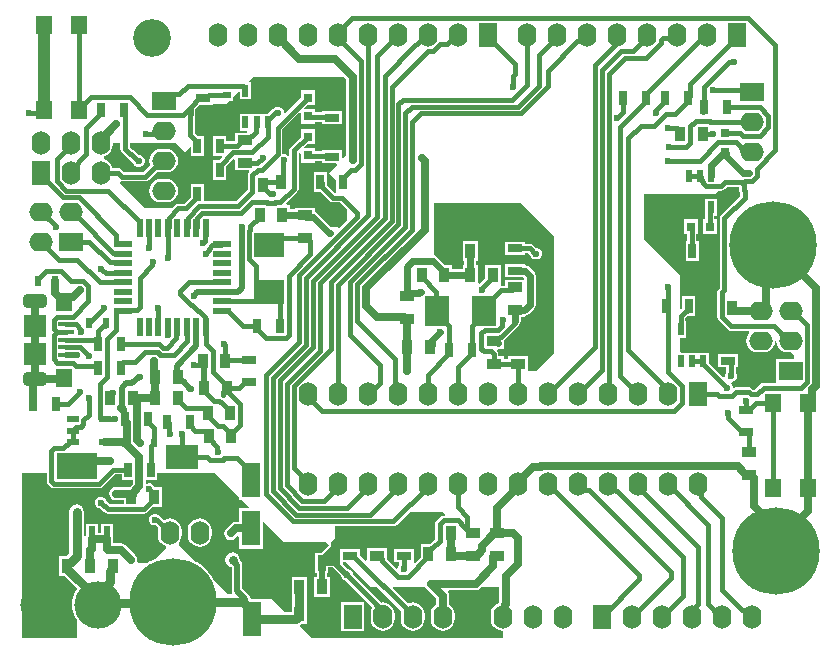
<source format=gtl>
G04*
G04 #@! TF.GenerationSoftware,Altium Limited,Altium Designer,22.7.1 (60)*
G04*
G04 Layer_Physical_Order=1*
G04 Layer_Color=255*
%FSLAX44Y44*%
%MOMM*%
G71*
G04*
G04 #@! TF.SameCoordinates,93D02D30-53BF-4241-BF36-2AC50CD89F1B*
G04*
G04*
G04 #@! TF.FilePolarity,Positive*
G04*
G01*
G75*
%ADD14R,0.5588X0.6858*%
%ADD15R,0.6858X0.5588*%
%ADD16R,1.3500X0.4000*%
%ADD17R,1.4000X1.6000*%
%ADD18R,1.9000X1.9000*%
%ADD19R,0.7000X1.3000*%
%ADD20R,0.5500X1.0000*%
%ADD21R,1.3000X0.7000*%
%ADD22R,0.9000X1.3000*%
%ADD23R,0.6000X0.9000*%
%ADD24R,1.5000X0.5500*%
%ADD25R,0.5500X1.5000*%
%ADD26R,1.3000X0.9000*%
%ADD27R,0.8000X0.8000*%
%ADD28R,0.8000X0.8000*%
%ADD29R,1.4000X1.6000*%
%ADD30R,2.0000X2.5000*%
%ADD31R,2.5000X2.0000*%
%ADD32R,1.0000X0.5500*%
%ADD33R,3.5000X2.2000*%
%ADD34R,0.6000X2.2000*%
%ADD35R,2.7000X2.0000*%
%ADD36R,1.6000X3.0000*%
%ADD68C,0.5500*%
%ADD69C,0.3810*%
%ADD70C,0.4000*%
%ADD71C,0.6000*%
%ADD72C,0.7000*%
%ADD73C,0.5000*%
%ADD74C,0.5200*%
%ADD75C,0.8000*%
%ADD76C,1.0000*%
%ADD77O,2.0000X1.6000*%
%ADD78R,2.0000X1.6000*%
%ADD79O,1.6000X2.0000*%
%ADD80R,1.6000X2.0000*%
%ADD81C,4.0000*%
G04:AMPARAMS|DCode=82|XSize=2mm|YSize=1.2mm|CornerRadius=0.36mm|HoleSize=0mm|Usage=FLASHONLY|Rotation=0.000|XOffset=0mm|YOffset=0mm|HoleType=Round|Shape=RoundedRectangle|*
%AMROUNDEDRECTD82*
21,1,2.0000,0.4800,0,0,0.0*
21,1,1.2800,1.2000,0,0,0.0*
1,1,0.7200,0.6400,-0.2400*
1,1,0.7200,-0.6400,-0.2400*
1,1,0.7200,-0.6400,0.2400*
1,1,0.7200,0.6400,0.2400*
%
%ADD82ROUNDEDRECTD82*%
%ADD83C,3.2000*%
%ADD84C,7.4000*%
%ADD85C,0.6000*%
G36*
X281412Y480277D02*
Y416032D01*
X278913Y413533D01*
X277740Y414019D01*
Y420180D01*
X260740D01*
Y419318D01*
X254920D01*
Y421800D01*
X246210D01*
X245724Y422973D01*
X248551Y425800D01*
X254920D01*
Y437800D01*
X242920D01*
Y431431D01*
X234500Y423010D01*
X233637Y421719D01*
X233333Y420195D01*
Y416107D01*
X232064Y415581D01*
X231475Y416169D01*
X229637Y416930D01*
X228703D01*
X227646Y416952D01*
X227502Y418103D01*
Y437771D01*
X241747Y452016D01*
X242920Y451530D01*
Y442820D01*
X254920D01*
Y444182D01*
X260740D01*
Y442200D01*
X277740D01*
Y453200D01*
X260740D01*
Y452338D01*
X254920D01*
Y454820D01*
X246210D01*
X245724Y455993D01*
X248551Y458820D01*
X254920D01*
Y470820D01*
X242920D01*
Y464451D01*
X229790Y451321D01*
X228520Y451847D01*
Y453115D01*
X227759Y454952D01*
X226352Y456359D01*
X224515Y457120D01*
X222525D01*
X220688Y456359D01*
X219768Y455439D01*
X219467Y455379D01*
X218176Y454516D01*
X214359Y450700D01*
X211760D01*
X210490Y450700D01*
Y450700D01*
X210490D01*
Y450700D01*
X202260D01*
X200990Y450700D01*
Y450700D01*
X200990D01*
Y450700D01*
X191490D01*
Y436700D01*
X197250D01*
X197910Y435430D01*
X197678Y435100D01*
X187080D01*
Y428162D01*
X180100D01*
Y432680D01*
X169100D01*
Y415680D01*
X176130D01*
X176616Y414507D01*
X174469Y412360D01*
X169100D01*
Y395360D01*
X180100D01*
Y406729D01*
X185907Y412536D01*
X187080Y412050D01*
Y403100D01*
X198948D01*
X199241Y402392D01*
X199361Y401830D01*
X198546Y400611D01*
X198243Y399087D01*
Y386691D01*
X188668Y377117D01*
X161100D01*
Y392040D01*
X150100D01*
Y380671D01*
X144402Y374973D01*
X139419D01*
X137895Y374670D01*
X136603Y373807D01*
X133788Y370991D01*
X111609D01*
X89841Y392759D01*
X89884Y393014D01*
X91323Y394015D01*
X91534Y393974D01*
X111475D01*
X112999Y394277D01*
X114290Y395140D01*
X121328Y402177D01*
X122389Y401737D01*
X125000Y401394D01*
X129000D01*
X131610Y401737D01*
X134043Y402745D01*
X136132Y404348D01*
X137735Y406437D01*
X138743Y408870D01*
X139086Y411480D01*
X138743Y414090D01*
X137735Y416523D01*
X136132Y418612D01*
X134043Y420215D01*
X131610Y421223D01*
X129000Y421566D01*
X125000D01*
X122389Y421223D01*
X119957Y420215D01*
X117868Y418612D01*
X116265Y416523D01*
X115257Y414090D01*
X114914Y411480D01*
X115257Y408870D01*
X115697Y407808D01*
X109826Y401936D01*
X93183D01*
X90984Y404135D01*
X89693Y404998D01*
X88169Y405302D01*
X83485D01*
X83403Y405930D01*
X82395Y408363D01*
X80792Y410452D01*
X78703Y412055D01*
X76270Y413063D01*
X76200Y413072D01*
Y414968D01*
X76270Y414977D01*
X78703Y415985D01*
X80792Y417588D01*
X82395Y419677D01*
X83403Y422109D01*
X83746Y424720D01*
Y426720D01*
X90248D01*
Y421390D01*
X90552Y419866D01*
X91415Y418575D01*
X96015Y413974D01*
X97307Y413111D01*
X97738Y413025D01*
X101072Y409691D01*
X101761Y408028D01*
X103168Y406621D01*
X105006Y405860D01*
X106995D01*
X108832Y406621D01*
X110239Y408028D01*
X111000Y409865D01*
Y411855D01*
X110239Y413692D01*
X108832Y415099D01*
X106995Y415860D01*
X106165D01*
X102420Y419605D01*
X101128Y420468D01*
X100697Y420554D01*
X98211Y423039D01*
Y426720D01*
X137160D01*
X144780Y419100D01*
X148927Y423247D01*
X150100Y422761D01*
Y415680D01*
X161100D01*
Y432680D01*
X155731D01*
X153596Y434814D01*
Y449291D01*
X153841Y450522D01*
Y455351D01*
X157151Y458660D01*
X168520D01*
Y459740D01*
X180340D01*
X182658Y462058D01*
X185769D01*
Y465169D01*
X190317Y469717D01*
X191490Y469231D01*
Y463700D01*
X200990D01*
Y477700D01*
X199959D01*
X199473Y478873D01*
X203200Y482600D01*
X279090D01*
X281412Y480277D01*
D02*
G37*
G36*
X242920Y417410D02*
Y409800D01*
X254920D01*
Y411162D01*
X260740D01*
Y409180D01*
X272901D01*
X273387Y408007D01*
X266700Y401320D01*
X273240Y394780D01*
Y385200D01*
X273240D01*
X273182Y383954D01*
X271917D01*
X265317Y390554D01*
Y392105D01*
X265240Y392490D01*
Y402200D01*
X254240D01*
Y385200D01*
X259409D01*
X267452Y377157D01*
X268744Y376294D01*
X270268Y375991D01*
X276238D01*
X281940Y370289D01*
Y360639D01*
X275611Y354310D01*
X274320Y355600D01*
X268830D01*
X257225Y367205D01*
X255571Y368310D01*
X254880Y368447D01*
Y371600D01*
X237880D01*
Y370858D01*
X233780D01*
Y374260D01*
X231093D01*
X230606Y375433D01*
X240130Y384957D01*
X240993Y386249D01*
X241297Y387772D01*
Y417808D01*
X241650Y418061D01*
X242920Y417410D01*
D02*
G37*
G36*
X457200Y347980D02*
Y248920D01*
X441960Y233680D01*
X435220D01*
Y245920D01*
X418220D01*
Y243402D01*
X414900D01*
Y245920D01*
X410382D01*
Y247783D01*
X410078Y249307D01*
X409215Y250599D01*
X409164Y250650D01*
X409196Y250816D01*
X409900Y251822D01*
X410392Y251920D01*
X410895D01*
X410895Y251920D01*
X414900D01*
Y255925D01*
X414900Y255925D01*
Y256427D01*
X414998Y256920D01*
X414900Y257412D01*
Y257915D01*
X414900Y257915D01*
Y258947D01*
X415407Y259286D01*
X427064Y270943D01*
X427948Y272266D01*
X428031Y272684D01*
X428890Y273969D01*
X429278Y275920D01*
Y278640D01*
X432680D01*
Y280086D01*
X434411Y280430D01*
X436065Y281535D01*
X440485Y285955D01*
X440764Y286373D01*
X441119Y286728D01*
X441311Y287192D01*
X441590Y287609D01*
X441688Y288102D01*
X441880Y288565D01*
Y289067D01*
X441978Y289560D01*
Y314145D01*
X441590Y316096D01*
X440485Y317750D01*
X436970Y321265D01*
X435316Y322370D01*
X433365Y322758D01*
X432680D01*
Y323660D01*
X415680D01*
Y312660D01*
X424187D01*
X424680Y312562D01*
X431254D01*
X431782Y312034D01*
Y310640D01*
X415680D01*
Y305527D01*
X413052D01*
X412921Y305677D01*
X412240Y306665D01*
Y323460D01*
X399240D01*
Y312091D01*
X394510Y307361D01*
X393240Y307887D01*
Y323460D01*
X391838D01*
Y326780D01*
X393240D01*
Y343780D01*
X380240D01*
Y326780D01*
X381642D01*
Y323460D01*
X380240D01*
Y320058D01*
X370940D01*
Y323460D01*
X365150D01*
X358545Y330065D01*
X356891Y331170D01*
X355600Y331427D01*
Y375920D01*
X429260D01*
X457200Y347980D01*
D02*
G37*
G36*
X614063Y386830D02*
X614367Y385306D01*
X615064Y384263D01*
Y381759D01*
X598900Y365595D01*
X598037Y364304D01*
X597733Y362780D01*
Y303729D01*
X597060Y303055D01*
X596197Y301763D01*
X595894Y300240D01*
Y278902D01*
X596197Y277379D01*
X597060Y276087D01*
X604977Y268170D01*
X606269Y267307D01*
X607793Y267003D01*
X622352D01*
X622961Y265734D01*
X621725Y264123D01*
X620717Y261691D01*
X620374Y259080D01*
X620717Y256469D01*
X621725Y254037D01*
X623328Y251948D01*
X625417Y250345D01*
X627850Y249337D01*
X630460Y248994D01*
X634460D01*
X637071Y249337D01*
X639503Y250345D01*
X641592Y251948D01*
X643195Y254037D01*
X644203Y256469D01*
X644520Y258877D01*
X645800D01*
X646117Y256469D01*
X647125Y254037D01*
X648728Y251948D01*
X650817Y250345D01*
X653250Y249337D01*
X655860Y248994D01*
X657786D01*
X660400Y246380D01*
Y243680D01*
X645860D01*
Y223680D01*
X644774Y223235D01*
X635180D01*
X635180Y223235D01*
X633619Y222925D01*
X632296Y222041D01*
X627834Y217578D01*
X626129D01*
X625543Y218164D01*
X624220Y219048D01*
X622659Y219358D01*
X622659Y219358D01*
X611345D01*
X610190Y219129D01*
X608920Y219882D01*
Y220035D01*
X608159Y221872D01*
X607633Y222398D01*
X608159Y223668D01*
X608173D01*
X610010Y224429D01*
X611417Y225835D01*
X612178Y227673D01*
Y229662D01*
X611417Y231500D01*
X611257Y231660D01*
Y236460D01*
X613020D01*
Y247460D01*
X596020D01*
Y236460D01*
X603100D01*
Y231660D01*
X602939Y231500D01*
X602178Y229662D01*
Y228386D01*
X600908Y227859D01*
X588500Y240268D01*
Y248500D01*
X580270D01*
X579000Y248500D01*
Y248500D01*
X579000D01*
Y248500D01*
X569500D01*
Y248500D01*
X569500Y248500D01*
X568230Y248500D01*
X565987D01*
X563880Y250607D01*
Y261500D01*
X569500D01*
Y275500D01*
X568828D01*
Y277811D01*
X571018Y280000D01*
X577250D01*
Y297000D01*
X566250D01*
Y286768D01*
X565053Y285571D01*
X563880Y286057D01*
Y314960D01*
X533400Y345440D01*
Y381000D01*
Y383540D01*
X594360D01*
X596713Y385894D01*
X599261D01*
X600785Y386197D01*
X602077Y387060D01*
X604333Y389316D01*
X614063D01*
Y386830D01*
D02*
G37*
G36*
X190750Y126750D02*
Y124000D01*
X193500D01*
X199327Y118173D01*
X198841Y117000D01*
X190750D01*
Y105608D01*
X187985D01*
X185840Y105181D01*
X184020Y103965D01*
X179785Y99730D01*
X178569Y97911D01*
X178143Y95765D01*
X178569Y93619D01*
X179785Y91799D01*
X181604Y90584D01*
X183750Y90157D01*
X185896Y90584D01*
X187715Y91799D01*
X189480Y93564D01*
X190750Y93038D01*
Y83000D01*
X210750D01*
Y105091D01*
X211923Y105577D01*
X228600Y88900D01*
X264160D01*
X267066Y85994D01*
X260692Y79620D01*
X255460D01*
Y62620D01*
X256882D01*
Y59300D01*
X254460D01*
Y42300D01*
X267460D01*
Y59300D01*
X265038D01*
Y62620D01*
X266460D01*
Y67042D01*
X270091D01*
X276940Y60192D01*
Y59965D01*
X277701Y58128D01*
X279108Y56721D01*
X280409Y56182D01*
X303886Y32705D01*
X303685Y32443D01*
X302677Y30010D01*
X302334Y27400D01*
Y23400D01*
X302677Y20789D01*
X303685Y18357D01*
X305288Y16268D01*
X307377Y14665D01*
X309809Y13657D01*
X312420Y13314D01*
X315030Y13657D01*
X317463Y14665D01*
X319552Y16268D01*
X321155Y18357D01*
X322163Y20789D01*
X322506Y23400D01*
Y27400D01*
X322163Y30010D01*
X321155Y32443D01*
X319552Y34532D01*
X317463Y36135D01*
X315030Y37143D01*
X312420Y37486D01*
X310847Y37279D01*
X286940Y61186D01*
Y61955D01*
X286179Y63792D01*
X284772Y65199D01*
X282935Y65960D01*
X282708D01*
X278481Y70187D01*
X278967Y71360D01*
X281700D01*
X302260Y50800D01*
X307772D01*
X328219Y30353D01*
X328077Y30010D01*
X327734Y27400D01*
Y23400D01*
X328077Y20789D01*
X329085Y18357D01*
X330688Y16268D01*
X332777Y14665D01*
X335210Y13657D01*
X337820Y13314D01*
X340430Y13657D01*
X342863Y14665D01*
X344952Y16268D01*
X346555Y18357D01*
X347563Y20789D01*
X347906Y23400D01*
Y27400D01*
X347563Y30010D01*
X346555Y32443D01*
X344952Y34532D01*
X342863Y36135D01*
X340430Y37143D01*
X337820Y37486D01*
X335210Y37143D01*
X333622Y36485D01*
X320481Y49627D01*
X320967Y50800D01*
X348142D01*
X349095Y49375D01*
X357612Y40857D01*
Y35702D01*
X356088Y34532D01*
X354485Y32443D01*
X353477Y30010D01*
X353134Y27400D01*
Y23400D01*
X353477Y20789D01*
X354485Y18357D01*
X356088Y16268D01*
X358177Y14665D01*
X360610Y13657D01*
X363220Y13314D01*
X365830Y13657D01*
X368263Y14665D01*
X370352Y16268D01*
X371955Y18357D01*
X372963Y20789D01*
X373306Y23400D01*
Y27400D01*
X372963Y30010D01*
X371955Y32443D01*
X370352Y34532D01*
X368828Y35702D01*
Y43180D01*
X368401Y45326D01*
X367642Y46462D01*
X368321Y47732D01*
X391160D01*
X393306Y48159D01*
X395125Y49375D01*
X396550Y50800D01*
X410952D01*
Y37914D01*
X410561Y37329D01*
X410445Y36743D01*
X408977Y36135D01*
X406888Y34532D01*
X405285Y32443D01*
X404277Y30010D01*
X403934Y27400D01*
Y23400D01*
X404277Y20789D01*
X405285Y18357D01*
X406888Y16268D01*
X408977Y14665D01*
X411409Y13657D01*
X414020Y13314D01*
Y7620D01*
X413269Y6869D01*
X252211D01*
X242291Y16789D01*
X242416Y18053D01*
X243346Y18674D01*
X244111Y19440D01*
X248460D01*
Y36440D01*
X248078D01*
Y42300D01*
X248460D01*
Y59300D01*
X235460D01*
Y42300D01*
X235842D01*
Y36440D01*
X235460D01*
Y29118D01*
X229963D01*
X218440Y40640D01*
X200726D01*
X200427Y42144D01*
X199432Y43632D01*
X193735Y49329D01*
Y69226D01*
X193386Y70982D01*
X192391Y72470D01*
X191537Y73324D01*
Y73660D01*
X191072Y76001D01*
X189746Y77986D01*
X187761Y79312D01*
X185420Y79777D01*
X183079Y79312D01*
X181094Y77986D01*
X179768Y76001D01*
X179303Y73660D01*
Y73119D01*
X179768Y70778D01*
X181094Y68793D01*
X183079Y67467D01*
X184559Y67173D01*
Y47429D01*
X184908Y45673D01*
X185132Y45338D01*
X184533Y44218D01*
X181842D01*
X168450Y57610D01*
X167976Y58540D01*
X164368Y63507D01*
X160027Y67847D01*
X155060Y71456D01*
X154130Y71930D01*
X139700Y86360D01*
Y88024D01*
X140815Y89477D01*
X141823Y91910D01*
X142166Y94520D01*
Y98520D01*
X141823Y101131D01*
X140815Y103563D01*
X139212Y105652D01*
X137123Y107255D01*
X134691Y108263D01*
X132080Y108606D01*
X129469Y108263D01*
X127091Y107277D01*
X124300Y110068D01*
X124169Y110385D01*
X122762Y111791D01*
X120925Y112552D01*
X118935D01*
X117098Y111791D01*
X115691Y110385D01*
X114930Y108547D01*
Y106558D01*
X115691Y104720D01*
X117098Y103314D01*
X118935Y102552D01*
X120280D01*
X122263Y100569D01*
X121994Y98520D01*
Y94520D01*
X122337Y91910D01*
X123345Y89477D01*
X124948Y87388D01*
X127037Y85785D01*
X128926Y85002D01*
X129324Y83604D01*
X120114Y74394D01*
X119649Y74243D01*
X114180Y71456D01*
X113717Y71120D01*
X105389D01*
X104415Y72390D01*
X104668Y73660D01*
X104241Y75806D01*
X103025Y77625D01*
X94765Y85885D01*
X92946Y87101D01*
X90800Y87528D01*
X84348D01*
Y90920D01*
X83921Y93066D01*
X83740Y93337D01*
Y103920D01*
X73740D01*
Y96528D01*
X71040D01*
Y103920D01*
X61040D01*
Y93568D01*
X60728Y93188D01*
X59458Y93643D01*
Y114300D01*
X58992Y116641D01*
X57666Y118626D01*
X55681Y119952D01*
X53340Y120417D01*
X50999Y119952D01*
X49014Y118626D01*
X47688Y116641D01*
X47222Y114300D01*
Y90920D01*
Y79394D01*
X44908Y77080D01*
X38560D01*
Y60080D01*
X42909D01*
X53340Y49648D01*
Y48549D01*
X51624Y45981D01*
X49966Y41977D01*
X49120Y37727D01*
Y33393D01*
X49966Y29143D01*
X51624Y25139D01*
X53340Y22571D01*
Y7620D01*
X7620D01*
X6869Y8371D01*
Y147320D01*
X27954D01*
Y140302D01*
X28257Y138779D01*
X29120Y137487D01*
X31407Y135200D01*
X32699Y134337D01*
X34223Y134033D01*
X72457D01*
X73981Y134337D01*
X75273Y135200D01*
X85952Y145878D01*
X91680D01*
Y141360D01*
X100754D01*
Y137964D01*
X98289Y135500D01*
X93220D01*
Y135148D01*
X86360D01*
X84214Y134721D01*
X82395Y133505D01*
X81179Y131686D01*
X80752Y129540D01*
X81179Y127394D01*
X82395Y125575D01*
X84214Y124359D01*
X86360Y123932D01*
X93220D01*
Y120578D01*
X81311D01*
X78438Y123451D01*
X77899Y124752D01*
X76492Y126159D01*
X74655Y126920D01*
X72665D01*
X70828Y126159D01*
X69421Y124752D01*
X68660Y122915D01*
Y120925D01*
X69421Y119088D01*
X70828Y117681D01*
X72665Y116920D01*
X73433D01*
X76737Y113616D01*
X76737Y113616D01*
X78060Y112732D01*
X79621Y112422D01*
X110220D01*
X110220Y112422D01*
X111781Y112732D01*
X113104Y113616D01*
X117988Y118500D01*
X125220D01*
Y135500D01*
X118972D01*
X118746Y136045D01*
X117339Y137452D01*
X115502Y138213D01*
X113513D01*
X113025Y138011D01*
X111969Y138716D01*
Y141360D01*
X121680D01*
Y147320D01*
X170180D01*
X190750Y126750D01*
D02*
G37*
G36*
X365440Y112080D02*
X364954Y110906D01*
X364062D01*
X362539Y110603D01*
X361247Y109740D01*
X357865Y106358D01*
X357001Y105066D01*
X356698Y103542D01*
Y91147D01*
X352792Y87240D01*
X344680D01*
Y75871D01*
X339829Y71020D01*
X338700Y71687D01*
Y82360D01*
X321700D01*
Y71360D01*
X326122D01*
Y69033D01*
X325961Y68872D01*
X325200Y67035D01*
Y66427D01*
X323930Y65901D01*
X315917Y73914D01*
Y74265D01*
X315840Y74650D01*
Y83360D01*
X298840D01*
Y72927D01*
X297667Y72441D01*
X292980Y77128D01*
Y82360D01*
X275980D01*
Y71360D01*
X275980Y71360D01*
X276442Y70187D01*
X276597Y69406D01*
X277039Y68745D01*
X277039Y68745D01*
X281266Y64518D01*
X281266Y64518D01*
X281927Y64076D01*
X282364Y63989D01*
X283617Y63470D01*
X284450Y62637D01*
X284901Y61549D01*
Y61186D01*
X285056Y60406D01*
X285498Y59745D01*
X285498Y59745D01*
X309405Y35837D01*
X309517Y35763D01*
X309606Y35661D01*
X309845Y35543D01*
X310067Y35395D01*
X310199Y35369D01*
X310319Y35310D01*
X310586Y35292D01*
X310847Y35240D01*
X310979Y35266D01*
X311113Y35257D01*
X312420Y35429D01*
X314498Y35156D01*
X316435Y34354D01*
X318098Y33078D01*
X319374Y31415D01*
X320176Y29478D01*
X320467Y27266D01*
Y23534D01*
X320176Y21322D01*
X319761Y20320D01*
X305079D01*
X304664Y21322D01*
X304373Y23534D01*
Y27266D01*
X304664Y29478D01*
X305466Y31415D01*
X305504Y31464D01*
X305622Y31703D01*
X305770Y31925D01*
X305796Y32057D01*
X305856Y32177D01*
X305873Y32443D01*
X305925Y32705D01*
X305899Y32837D01*
X305908Y32971D01*
X305822Y33224D01*
X305770Y33486D01*
X305695Y33597D01*
X305652Y33725D01*
X305476Y33925D01*
X305328Y34147D01*
X281851Y57624D01*
X281189Y58066D01*
X280263Y58450D01*
X279430Y59283D01*
X278911Y60536D01*
X278824Y60973D01*
X278382Y61634D01*
X271533Y68484D01*
X270871Y68926D01*
X270091Y69081D01*
X266460D01*
X265680Y68926D01*
X265018Y68484D01*
X264576Y67822D01*
X264421Y67042D01*
Y64536D01*
X264258Y64504D01*
X263596Y64062D01*
X263154Y63400D01*
X262999Y62620D01*
Y59300D01*
X263154Y58520D01*
X263596Y57858D01*
X264258Y57416D01*
X265038Y57261D01*
X265421D01*
Y44339D01*
X256499D01*
Y57261D01*
X256882D01*
X257662Y57416D01*
X258324Y57858D01*
X258766Y58520D01*
X258921Y59300D01*
Y62620D01*
X258766Y63400D01*
X258324Y64062D01*
X257662Y64504D01*
X257499Y64536D01*
Y77159D01*
X257921Y77581D01*
X260692D01*
X261473Y77736D01*
X262134Y78178D01*
X262134Y78178D01*
X268508Y84552D01*
X268950Y85213D01*
X269105Y85994D01*
X268950Y86774D01*
X268508Y87436D01*
X268895Y88555D01*
X271780Y91440D01*
Y101983D01*
X321365D01*
X322889Y102287D01*
X324180Y103150D01*
X335331Y114300D01*
X363220D01*
X365440Y112080D01*
D02*
G37*
%LPC*%
G36*
X129000Y396166D02*
X125000D01*
X122389Y395823D01*
X119957Y394815D01*
X117868Y393212D01*
X116265Y391123D01*
X115257Y388690D01*
X114914Y386080D01*
X115257Y383470D01*
X116265Y381037D01*
X117868Y378948D01*
X119957Y377345D01*
X122389Y376337D01*
X125000Y375994D01*
X129000D01*
X131610Y376337D01*
X134043Y377345D01*
X136132Y378948D01*
X137735Y381037D01*
X138743Y383470D01*
X139086Y386080D01*
X138743Y388690D01*
X137735Y391123D01*
X136132Y393212D01*
X134043Y394815D01*
X131610Y395823D01*
X129000Y396166D01*
D02*
G37*
G36*
X432680Y342660D02*
X415680D01*
Y331660D01*
X432680D01*
Y333082D01*
X435309D01*
X437182Y331209D01*
X437721Y329908D01*
X439128Y328501D01*
X440965Y327740D01*
X442955D01*
X444792Y328501D01*
X446199Y329908D01*
X446960Y331745D01*
Y333735D01*
X446199Y335572D01*
X444792Y336979D01*
X442955Y337740D01*
X442187D01*
X439883Y340044D01*
X438559Y340928D01*
X436999Y341238D01*
X436999Y341238D01*
X432680D01*
Y342660D01*
D02*
G37*
G36*
X595250Y378780D02*
X585750D01*
Y370227D01*
X585512Y369871D01*
X585202Y368310D01*
X585202Y368310D01*
Y361600D01*
X583280D01*
Y349600D01*
X595280D01*
Y361600D01*
X593358D01*
Y364780D01*
X595250D01*
Y378780D01*
D02*
G37*
G36*
X579280Y361600D02*
X567280D01*
Y349600D01*
X569912D01*
Y343780D01*
X569200D01*
Y326780D01*
X580200D01*
Y343780D01*
X578068D01*
Y349600D01*
X579280D01*
Y361600D01*
D02*
G37*
G36*
X157480Y108606D02*
X154869Y108263D01*
X152437Y107255D01*
X150348Y105652D01*
X148745Y103563D01*
X147737Y101131D01*
X147394Y98520D01*
Y94520D01*
X147737Y91910D01*
X148745Y89477D01*
X150348Y87388D01*
X152437Y85785D01*
X154869Y84777D01*
X157480Y84434D01*
X160091Y84777D01*
X162523Y85785D01*
X164612Y87388D01*
X166215Y89477D01*
X167223Y91910D01*
X167566Y94520D01*
Y98520D01*
X167223Y101131D01*
X166215Y103563D01*
X164612Y105652D01*
X162523Y107255D01*
X160091Y108263D01*
X157480Y108606D01*
D02*
G37*
G36*
X297020Y37400D02*
X277020D01*
Y13400D01*
X297020D01*
Y37400D01*
D02*
G37*
%LPD*%
D14*
X94488Y172720D02*
D03*
X118872D02*
D03*
D15*
X180340Y466852D02*
D03*
Y442468D02*
D03*
D16*
X44530Y272780D02*
D03*
Y266280D02*
D03*
Y259780D02*
D03*
Y253280D02*
D03*
Y246780D02*
D03*
D17*
X42280Y291780D02*
D03*
Y227780D02*
D03*
D18*
X17780Y271780D02*
D03*
Y247780D02*
D03*
D19*
X571750Y288500D02*
D03*
X552750D02*
D03*
X259740Y393700D02*
D03*
X278740D02*
D03*
X155600Y424180D02*
D03*
X174600D02*
D03*
X116180Y149860D02*
D03*
X97180D02*
D03*
X113640Y193040D02*
D03*
X94640D02*
D03*
X155600Y403860D02*
D03*
X174600D02*
D03*
X241960Y71120D02*
D03*
X260960D02*
D03*
X603860Y457200D02*
D03*
X584860D02*
D03*
X574700Y335280D02*
D03*
X593700D02*
D03*
X368960Y251460D02*
D03*
X387960D02*
D03*
X516280Y464820D02*
D03*
X535280D02*
D03*
X551840D02*
D03*
X570840D02*
D03*
X206400Y271780D02*
D03*
X225400D02*
D03*
X155600Y383540D02*
D03*
X174600D02*
D03*
X93320Y454660D02*
D03*
X74320D02*
D03*
X16560Y205740D02*
D03*
X35560D02*
D03*
X71780Y256540D02*
D03*
X90780D02*
D03*
X71780Y236220D02*
D03*
X90780D02*
D03*
X130200Y190500D02*
D03*
X149200D02*
D03*
D20*
X583750Y241500D02*
D03*
X574250D02*
D03*
X564750D02*
D03*
X583750Y268500D02*
D03*
X564750D02*
D03*
X215240Y443700D02*
D03*
X205740D02*
D03*
X196240D02*
D03*
X215240Y470700D02*
D03*
X196240D02*
D03*
X571500Y398780D02*
D03*
X581000D02*
D03*
X590500D02*
D03*
X571500Y371780D02*
D03*
X590500D02*
D03*
D21*
X619760Y200660D02*
D03*
Y181660D02*
D03*
X160020Y464160D02*
D03*
Y445160D02*
D03*
X604520Y241960D02*
D03*
Y260960D02*
D03*
X330200Y95860D02*
D03*
Y76860D02*
D03*
X269240Y433680D02*
D03*
Y414680D02*
D03*
Y466700D02*
D03*
Y447700D02*
D03*
X284480Y95860D02*
D03*
Y76860D02*
D03*
X424180Y318160D02*
D03*
Y337160D02*
D03*
X199000Y242750D02*
D03*
Y223750D02*
D03*
D22*
X226720Y393700D02*
D03*
X245720D02*
D03*
X165000Y178250D02*
D03*
X184000D02*
D03*
X100940Y210820D02*
D03*
X81940D02*
D03*
X210820Y391160D02*
D03*
X191820D02*
D03*
X608280Y287020D02*
D03*
X589280D02*
D03*
X118720Y127000D02*
D03*
X99720D02*
D03*
X64820Y68580D02*
D03*
X83820D02*
D03*
X26060D02*
D03*
X45060D02*
D03*
X364440Y314960D02*
D03*
X345440D02*
D03*
X352400Y254000D02*
D03*
X333400D02*
D03*
X351180Y78740D02*
D03*
X370180D02*
D03*
X405740Y314960D02*
D03*
X386740D02*
D03*
X241960Y27940D02*
D03*
X260960D02*
D03*
X260960Y50800D02*
D03*
X241960D02*
D03*
X351180Y96520D02*
D03*
X370180D02*
D03*
X386740Y335280D02*
D03*
X405740D02*
D03*
X227280Y365760D02*
D03*
X208280D02*
D03*
X564540Y434340D02*
D03*
X583540D02*
D03*
X160250Y242000D02*
D03*
X179250D02*
D03*
X139040Y228600D02*
D03*
X120040D02*
D03*
X139040Y210820D02*
D03*
X120040D02*
D03*
X161250Y218500D02*
D03*
X180250D02*
D03*
X164250Y197500D02*
D03*
X183250D02*
D03*
D23*
X78620Y274320D02*
D03*
X63620D02*
D03*
X20440Y309880D02*
D03*
X35440D02*
D03*
D24*
X92620Y284420D02*
D03*
Y292420D02*
D03*
Y300420D02*
D03*
Y308420D02*
D03*
Y316420D02*
D03*
Y324420D02*
D03*
Y332420D02*
D03*
Y340420D02*
D03*
X176620D02*
D03*
Y332420D02*
D03*
Y324420D02*
D03*
Y316420D02*
D03*
Y308420D02*
D03*
Y300420D02*
D03*
Y292420D02*
D03*
Y284420D02*
D03*
D25*
X106620Y270420D02*
D03*
Y354420D02*
D03*
X114620Y270420D02*
D03*
Y354420D02*
D03*
X122620Y270420D02*
D03*
Y354420D02*
D03*
X130620Y270420D02*
D03*
Y354420D02*
D03*
X138620Y270420D02*
D03*
Y354420D02*
D03*
X146620Y270420D02*
D03*
Y354420D02*
D03*
X154620Y270420D02*
D03*
Y354420D02*
D03*
X162620Y270420D02*
D03*
Y354420D02*
D03*
D26*
X307340Y95860D02*
D03*
Y76860D02*
D03*
X426720Y258420D02*
D03*
Y239420D02*
D03*
X195580Y409600D02*
D03*
Y428600D02*
D03*
X622300Y145440D02*
D03*
Y164440D02*
D03*
X424180Y285140D02*
D03*
Y304140D02*
D03*
X388620Y76860D02*
D03*
Y95860D02*
D03*
X406400Y258420D02*
D03*
Y239420D02*
D03*
X408940Y76860D02*
D03*
Y95860D02*
D03*
X332740Y277520D02*
D03*
Y296520D02*
D03*
X246380Y365100D02*
D03*
Y346100D02*
D03*
D27*
X601980Y435100D02*
D03*
Y419100D02*
D03*
X248920Y415800D02*
D03*
Y431800D02*
D03*
Y448820D02*
D03*
Y464820D02*
D03*
D28*
X573280Y355600D02*
D03*
X589280D02*
D03*
D29*
X55640Y526220D02*
D03*
X25640D02*
D03*
X55640Y454220D02*
D03*
X25640D02*
D03*
X642860Y134180D02*
D03*
X672860D02*
D03*
X642860Y206180D02*
D03*
X672860D02*
D03*
D30*
X358460Y284480D02*
D03*
X398460D02*
D03*
D31*
X215900Y300040D02*
D03*
Y340040D02*
D03*
D32*
X50000Y173380D02*
D03*
Y182880D02*
D03*
Y192380D02*
D03*
X77000Y173380D02*
D03*
Y192380D02*
D03*
D33*
X53340Y152920D02*
D03*
D34*
X78740Y90920D02*
D03*
X66040D02*
D03*
X53340D02*
D03*
X40640D02*
D03*
X27940D02*
D03*
D35*
X142240Y160780D02*
D03*
Y128780D02*
D03*
D36*
X202000Y23000D02*
D03*
Y64000D02*
D03*
X200750Y100000D02*
D03*
Y141000D02*
D03*
D68*
X149725Y218440D02*
X149860D01*
X143315Y224850D02*
X149725Y218440D01*
X140790Y224850D02*
X143315D01*
X137928Y237588D02*
X154620Y254280D01*
X139040Y226600D02*
Y228600D01*
X137928Y227172D02*
X139040Y226060D01*
X137928Y227172D02*
Y237588D01*
X139040Y226600D02*
X140790Y224850D01*
X154620Y254280D02*
Y270420D01*
D69*
X103074Y240815D02*
X111304Y249045D01*
X90780Y256540D02*
X122829D01*
X135441Y247201D02*
X146620Y258380D01*
X126358Y253011D02*
X129514D01*
X122829Y256540D02*
X126358Y253011D01*
X111304Y249045D02*
X122107D01*
X129514Y253011D02*
X137775Y261271D01*
X123952Y247201D02*
X135441D01*
X122107Y249045D02*
X123952Y247201D01*
X413601Y276441D02*
X414020Y276860D01*
X398669Y268075D02*
X410078D01*
X413601Y271598D02*
Y276441D01*
X410078Y268075D02*
X413601Y271598D01*
X395995Y265401D02*
X398669Y268075D01*
X395995Y252302D02*
Y265401D01*
X404168Y250015D02*
X406400Y247783D01*
X395995Y252302D02*
X398283Y250015D01*
X406400Y239420D02*
Y247783D01*
X398283Y250015D02*
X404168D01*
X406400Y239420D02*
X426720D01*
X398460Y286980D02*
X413025Y301545D01*
X398460Y284480D02*
Y286980D01*
X413025Y301545D02*
X421585D01*
X221162Y376165D02*
X225707D01*
X214683Y375879D02*
X220877D01*
X201564Y376165D02*
X214398D01*
X220877Y375879D02*
X221162Y376165D01*
X214398D02*
X214683Y375879D01*
X192724Y367325D02*
X201564Y376165D01*
X225707D02*
X237315Y387772D01*
Y420195D01*
X159753Y367325D02*
X192724D01*
X202225Y385042D02*
Y399087D01*
X190317Y373135D02*
X202225Y385042D01*
X157346Y373135D02*
X190317D01*
X206833Y403695D02*
X210260D01*
X223520Y416955D01*
Y439420D01*
X202225Y399087D02*
X206833Y403695D01*
X616843Y392267D02*
X617292D01*
X619440Y394415D01*
X191655Y187905D02*
Y205618D01*
X183368Y213905D02*
X191655Y205618D01*
X182845Y213905D02*
X183368D01*
X184000Y178250D02*
Y180250D01*
X191655Y187905D01*
X180250Y216500D02*
X182845Y213905D01*
X180250Y216500D02*
Y218500D01*
X168655Y232095D02*
Y250117D01*
Y232095D02*
X180250Y220500D01*
X452300Y137300D02*
X529442Y60158D01*
X497840Y25400D02*
X529442Y57002D01*
Y60158D01*
X482033Y132968D02*
X486792D01*
X556260Y58420D02*
Y63500D01*
X477700Y137300D02*
X482033Y132968D01*
X486792D02*
X556260Y63500D01*
X523240Y25400D02*
X556260Y58420D01*
X528500Y135300D02*
X579120Y84680D01*
Y35727D02*
Y84680D01*
X574040Y30647D02*
X579120Y35727D01*
X574040Y25400D02*
Y30647D01*
X566420Y43180D02*
Y76200D01*
X548640Y25400D02*
X566420Y43180D01*
X511098Y131522D02*
X566420Y76200D01*
X504399Y137300D02*
X510177Y131522D01*
X503100Y137300D02*
X504399D01*
X510177Y131522D02*
X511098D01*
X528500Y135300D02*
Y137300D01*
X599440Y48260D02*
Y109220D01*
X579300Y137300D02*
X581632Y134967D01*
Y127028D02*
Y134967D01*
Y127028D02*
X599440Y109220D01*
X616682Y31018D02*
X617923D01*
X599440Y48260D02*
X616682Y31018D01*
X623541Y25400D02*
X624840D01*
X617923Y31018D02*
X623541Y25400D01*
X598441D02*
X599440D01*
X588177Y35664D02*
Y103023D01*
Y35664D02*
X598441Y25400D01*
X553900Y137300D02*
X588177Y103023D01*
X542410Y440810D02*
X552118Y450518D01*
X530860Y440810D02*
X542410D01*
X552118Y450518D02*
X559538D01*
X520276Y250982D02*
Y430227D01*
X530860Y440810D01*
X520276Y250982D02*
X553900Y217358D01*
X510995Y447300D02*
Y447893D01*
X515707Y464247D02*
X516280Y464820D01*
X513080Y439620D02*
X535280Y461820D01*
X498280Y488120D02*
X514415Y504255D01*
X503100Y213500D02*
X504090Y214490D01*
X510995Y447893D02*
X515707Y452605D01*
X492470Y492470D02*
X508208Y508208D01*
X504090Y484657D02*
X517878Y498445D01*
X452300Y213500D02*
X492470Y253670D01*
X498280Y234080D02*
Y488120D01*
X492470Y253670D02*
Y492470D01*
X515707Y452605D02*
Y464247D01*
X513080Y228920D02*
Y439620D01*
X504090Y214490D02*
Y484657D01*
X513080Y228920D02*
X528500Y213500D01*
X477700D02*
X498280Y234080D01*
X508208Y508208D02*
Y515827D01*
X510540Y518160D01*
X514415Y504255D02*
X524035D01*
X517878Y498445D02*
X535061D01*
X524035Y504255D02*
X535940Y516160D01*
Y518160D01*
X535061Y498445D02*
X547845Y511229D01*
X274320Y213680D02*
X274500Y213500D01*
X274320Y213680D02*
Y306305D01*
X237195Y220431D02*
X268510Y251746D01*
Y308712D01*
X320040Y360242D01*
X274320Y306305D02*
X325850Y357835D01*
X291020Y306572D02*
X337470Y353022D01*
X285210Y263430D02*
Y308979D01*
X291020Y275400D02*
Y306572D01*
X285210Y308979D02*
X331660Y355429D01*
X285210Y263430D02*
X309880Y238760D01*
X291020Y275400D02*
X322580Y243840D01*
X299900Y213500D02*
X309880Y223480D01*
Y238760D01*
X322968Y215833D02*
Y223439D01*
X322580Y223827D02*
X322968Y223439D01*
Y215833D02*
X325300Y213500D01*
X322580Y223827D02*
Y243840D01*
X237315Y420195D02*
X248920Y431800D01*
X155465Y363037D02*
X159753Y367325D01*
X147465Y363254D02*
X157346Y373135D01*
X106680Y312420D02*
X117506Y323246D01*
X106680Y287497D02*
Y312420D01*
X117506Y323246D02*
Y325562D01*
X104448Y285265D02*
X106680Y287497D01*
X93465Y285265D02*
X104448D01*
X117506Y325562D02*
X117925Y325981D01*
X92620Y284420D02*
X93465Y285265D01*
X87870Y284420D02*
X92620D01*
X53881Y327660D02*
X73121Y308420D01*
X22860Y342900D02*
X38100Y327660D01*
X53881D01*
X20440Y311380D02*
X27345Y318285D01*
X40058D01*
X48677Y309665D01*
X20440Y309880D02*
Y311380D01*
X48677Y309665D02*
X58947D01*
X63285Y305327D01*
X50302Y279280D02*
X63285Y292263D01*
X223520Y439420D02*
X248920Y464820D01*
X186110Y418370D02*
X201873D01*
X215240Y431738D02*
Y445950D01*
X201873Y418370D02*
X215240Y431738D01*
X197580Y428600D02*
X204895Y435915D01*
X193580Y428600D02*
X195580D01*
X204895Y435915D02*
Y442855D01*
X195580Y428600D02*
X197580D01*
X165712Y466852D02*
X180340D01*
X163020Y464160D02*
X165712Y466852D01*
X157020Y464160D02*
X163020D01*
X149615Y433165D02*
X155600Y427180D01*
X149860Y450522D02*
Y457000D01*
X143235Y450375D02*
X149860Y457000D01*
X157020Y464160D01*
X149615Y433165D02*
Y450277D01*
X149860Y450522D01*
X55640Y455220D02*
X65485Y465065D01*
X98438D01*
X113127Y450375D01*
X357937Y285003D02*
X358460Y284480D01*
X345440Y312960D02*
X357937Y300463D01*
Y285003D02*
Y300463D01*
X337470Y443713D02*
X345132Y451375D01*
X253270Y253270D02*
Y309905D01*
X247460Y255677D02*
Y312312D01*
X325850Y357835D02*
Y458953D01*
X232805Y263662D02*
Y314090D01*
X259080Y307498D02*
X314230Y362649D01*
X307340Y363975D02*
Y500380D01*
X241650Y258083D02*
Y314718D01*
X251152Y332437D02*
Y336242D01*
X320040Y360242D02*
Y473633D01*
X241650Y314718D02*
X290818Y363886D01*
X331660Y355429D02*
Y451333D01*
X337512Y457185D01*
X300235Y365087D02*
Y497922D01*
X259080Y250533D02*
Y307498D01*
X247460Y312312D02*
X300235Y365087D01*
X232805Y314090D02*
X251152Y332437D01*
X314230Y362649D02*
Y483169D01*
X337470Y353022D02*
Y443713D01*
X277887Y379972D02*
X290818Y367042D01*
Y363886D02*
Y367042D01*
X253270Y309905D02*
X307340Y363975D01*
X325850Y458953D02*
X329892Y462995D01*
X285723Y403683D02*
X289430D01*
X274320Y515620D02*
X294425Y495515D01*
X289430Y403683D02*
X294425Y408678D01*
X299720Y498437D02*
X300235Y497922D01*
X294425Y408678D02*
Y495515D01*
X274320Y518160D02*
Y520160D01*
Y515620D02*
Y518160D01*
X77000Y192380D02*
X77165Y192545D01*
X85702D01*
X81940Y212820D02*
X83940Y214820D01*
X199495Y351657D02*
X200445Y352607D01*
X199495Y328423D02*
Y351657D01*
Y328423D02*
X205305Y322612D01*
X200445Y355925D02*
X208280Y363760D01*
X200445Y352607D02*
Y355925D01*
X137775Y261271D02*
Y269575D01*
X36781Y240257D02*
X50326D01*
X53020Y237563D01*
X33875Y243162D02*
X36781Y240257D01*
X73121Y308420D02*
X92620D01*
X63285Y292263D02*
Y305327D01*
X94230Y421390D02*
X98830Y416790D01*
X94230Y421390D02*
Y453750D01*
X93320Y454660D02*
X94230Y453750D01*
X337512Y457185D02*
X426907D01*
X421960Y462995D02*
X434340Y475375D01*
X345132Y451375D02*
X429313D01*
X426907Y457185D02*
X444500Y474778D01*
X429313Y451375D02*
X452120Y474182D01*
X329892Y462995D02*
X421960D01*
X422910Y473920D02*
Y483270D01*
X434340Y475375D02*
Y518160D01*
X424180Y484540D02*
Y493300D01*
X422910Y483270D02*
X424180Y484540D01*
X220991Y451701D02*
X223101D01*
X223520Y452120D01*
X299720Y498437D02*
Y518160D01*
X278740Y396700D02*
X285723Y403683D01*
X44607Y253357D02*
X56523D01*
X44530Y253280D02*
X44607Y253357D01*
X44625Y259685D02*
X53932D01*
X56892Y266491D02*
X57311Y266072D01*
X52397Y272685D02*
X56892Y268191D01*
Y266491D02*
Y268191D01*
X54451Y259167D02*
X59947D01*
X60420Y259639D01*
X53932Y259685D02*
X54451Y259167D01*
X56523Y253357D02*
X63500Y246380D01*
X71780Y256540D02*
Y258044D01*
X60420Y259639D02*
X70185D01*
X71780Y258044D01*
X70437Y237563D02*
X71780Y236220D01*
X53020Y237563D02*
X70437D01*
X599875Y278902D02*
Y300240D01*
X601715Y302080D01*
Y362780D01*
X599875Y278902D02*
X607793Y270985D01*
X643955D01*
X553900Y213500D02*
Y217358D01*
X141278Y301298D02*
X148400Y308420D01*
X141278Y298142D02*
X150041Y289379D01*
X148400Y308420D02*
X176620D01*
X141278Y298142D02*
Y301298D01*
X161775Y271265D02*
Y279037D01*
X151434Y289379D02*
X161775Y279037D01*
Y271265D02*
X162620Y270420D01*
X150041Y289379D02*
X151434D01*
X625160Y394415D02*
X629205Y398460D01*
X628981Y404404D02*
X629205Y404180D01*
X628981Y404404D02*
X644745Y420169D01*
X619440Y394415D02*
X625160D01*
X629205Y398460D02*
Y404180D01*
X644745Y420169D02*
Y509077D01*
X214650Y298790D02*
X215900Y300040D01*
X208280Y292420D02*
X214650Y298790D01*
X122270Y270770D02*
Y286670D01*
X121920Y287020D02*
X122270Y286670D01*
X33875Y276397D02*
X36758Y279280D01*
X50302D01*
X33875Y269163D02*
Y276397D01*
X92375Y240815D02*
X103074D01*
X84303Y149860D02*
X97180D01*
X72457Y138015D02*
X84303Y149860D01*
X174600Y403860D02*
Y406860D01*
X186110Y418370D01*
X396659Y302679D02*
Y303879D01*
X405740Y312960D01*
X396240Y302260D02*
X396659Y302679D01*
X421585Y301545D02*
X424180Y304140D01*
X601715Y362780D02*
X619045Y380110D01*
X553918Y303806D02*
X554337Y304225D01*
X553918Y289668D02*
Y303806D01*
X552750Y288500D02*
X553918Y289668D01*
X552750Y288500D02*
X553720Y287530D01*
X261005Y199595D02*
X558831D01*
X565805Y206569D01*
X249100Y211500D02*
X261005Y199595D01*
X565805Y206569D02*
Y220431D01*
X333575Y59135D02*
X351180Y76740D01*
X325065Y59135D02*
X333575D01*
X311935Y72265D02*
X325065Y59135D01*
X351180Y76740D02*
Y80740D01*
X309340Y76860D02*
X311935Y74265D01*
Y72265D02*
Y74265D01*
X261335Y388905D02*
Y392105D01*
X259740Y393700D02*
X261335Y392105D01*
Y388905D02*
X270268Y379972D01*
X277887D01*
X602684Y393298D02*
X615813D01*
X599261Y389875D02*
X602684Y393298D01*
X581845Y395685D02*
X583845Y393685D01*
X581000Y398780D02*
X581845Y397935D01*
X618045Y386830D02*
X619045Y385830D01*
X581845Y395685D02*
Y397935D01*
X618045Y386830D02*
Y391066D01*
X615813Y393298D02*
X618045Y391066D01*
X583845Y392163D02*
Y393685D01*
Y392163D02*
X586133Y389875D01*
X619045Y380110D02*
Y385830D01*
X586133Y389875D02*
X599261D01*
X543979Y452539D02*
Y453959D01*
X555120Y422780D02*
X569502D01*
X559879Y439001D02*
X559945Y438935D01*
X554139Y439001D02*
X559879D01*
X559945Y438935D02*
X561945D01*
X553720Y439420D02*
X554139Y439001D01*
X543979Y453959D02*
X551840Y461820D01*
X543560Y452120D02*
X543979Y452539D01*
X569502Y422780D02*
X572945Y426222D01*
X105534Y410860D02*
X106000D01*
X91534Y397955D02*
X111475D01*
X125000Y411480D01*
X98830Y416790D02*
X99605D01*
X105534Y410860D01*
X73660Y401320D02*
X88169D01*
X91534Y397955D01*
X125000Y411480D02*
X127000D01*
X79775Y386015D02*
X106620Y359170D01*
X44729Y386015D02*
X79775D01*
X61659Y416719D02*
Y438999D01*
X48260Y403320D02*
X61659Y416719D01*
X48260Y401320D02*
Y403320D01*
X41975Y380205D02*
X55191D01*
X87025Y348371D01*
Y341265D02*
X87870Y340420D01*
X92620D01*
X87025Y341265D02*
Y348371D01*
X22860Y399320D02*
X41975Y380205D01*
X106620Y354420D02*
Y359170D01*
X154620Y354420D02*
X155465Y355265D01*
Y363037D01*
X177800Y256540D02*
X179250Y255090D01*
Y242000D02*
Y255090D01*
X178277Y159483D02*
X189267D01*
X200750Y148000D01*
X176989Y158195D02*
X178277Y159483D01*
X166000Y158195D02*
X176989D01*
X163415Y160780D02*
X166000Y158195D01*
X200750Y141000D02*
Y148000D01*
X142240Y160780D02*
X163415D01*
X142240D02*
Y180340D01*
X81940Y210820D02*
Y212820D01*
X113640Y190040D02*
X118872Y184808D01*
X113640Y190040D02*
Y193040D01*
X118872Y172720D02*
Y184808D01*
X35560Y205740D02*
X45720D01*
X55880Y215900D01*
X63500Y196380D02*
Y210820D01*
X58905Y191785D02*
X63500Y196380D01*
X131661Y180759D02*
X132080Y180340D01*
X131661Y180759D02*
Y189039D01*
X130200Y190500D02*
X131661Y189039D01*
X73535Y222452D02*
X79185Y228102D01*
Y260468D01*
X73535Y193595D02*
Y222452D01*
X44530Y272780D02*
X44625Y272685D01*
X71780Y259780D02*
Y267480D01*
X44625Y272685D02*
X52397D01*
X44530Y259780D02*
X44625Y259685D01*
X76025Y271725D02*
X77525D01*
X71780Y267480D02*
X76025Y271725D01*
X77525D02*
X78620Y272820D01*
Y274320D01*
X33875Y269163D02*
X36662Y266375D01*
X44435D01*
X44530Y266280D01*
X116180Y149860D02*
Y169393D01*
X118872Y172085D01*
Y172720D01*
X52845Y185725D02*
X56617D01*
X50000Y182880D02*
X52845Y185725D01*
X56617D02*
X58905Y188013D01*
Y191785D01*
X50000Y173380D02*
Y182880D01*
X47750Y173380D02*
X50000D01*
X34223Y167825D02*
X42195D01*
X31935Y165537D02*
X34223Y167825D01*
X31935Y140302D02*
Y165537D01*
X42195Y167825D02*
X47750Y173380D01*
X31935Y140302D02*
X34223Y138015D01*
X72457D01*
X307340Y76860D02*
X309340D01*
X384025Y98455D02*
X386620Y95860D01*
X378992Y103488D02*
X384025Y98455D01*
X351180Y80740D02*
X353775Y83335D01*
X354518D01*
X360680Y89497D01*
Y103542D01*
X364062Y106925D01*
X376297D01*
X378992Y104231D01*
Y103488D02*
Y104231D01*
X386620Y95860D02*
X388620D01*
X376100Y118025D02*
Y137300D01*
Y118025D02*
X384025Y110099D01*
Y98455D02*
Y110099D01*
X405740Y312960D02*
Y314960D01*
X426900Y213500D02*
Y239240D01*
X426720Y239420D02*
X426900Y239240D01*
X621758Y532065D02*
X644745Y509077D01*
X146620Y258380D02*
Y270420D01*
X90780Y236220D02*
Y239220D01*
X92375Y240815D01*
X137775Y269575D02*
X138620Y270420D01*
X33875Y243162D02*
Y263398D01*
X36662Y266185D01*
X345440Y312960D02*
Y314960D01*
X358460Y281980D02*
Y284480D01*
X368960Y251460D02*
Y271480D01*
X358460Y281980D02*
X368960Y271480D01*
X350700Y230200D02*
X368960Y248460D01*
Y251460D01*
X350700Y213500D02*
Y230200D01*
X398460Y281980D02*
Y284480D01*
X387960Y251460D02*
Y271480D01*
X398460Y281980D01*
X376100Y236600D02*
X387960Y248460D01*
Y251460D01*
X376100Y213500D02*
Y236600D01*
X122270Y270770D02*
X122620Y270420D01*
X180000Y242750D02*
X199000D01*
X179250Y242000D02*
X180000Y242750D01*
X205305Y308135D02*
Y322612D01*
X208280Y363760D02*
Y365760D01*
X213400Y300040D02*
X215900D01*
X205305Y308135D02*
X213400Y300040D01*
X221960Y346100D02*
X246380D01*
X215900Y340040D02*
X221960Y346100D01*
X215900Y300040D02*
X217305D01*
X225400Y271780D02*
Y291945D01*
X217305Y300040D02*
X225400Y291945D01*
X250975Y336419D02*
X251152Y336242D01*
X246380Y346100D02*
X248380D01*
X250975Y343505D01*
Y336419D02*
Y343505D01*
X230518Y261375D02*
X232805Y263662D01*
X206400Y268780D02*
Y271780D01*
Y268780D02*
X213805Y261375D01*
X230518D01*
X213710Y230143D02*
X241650Y258083D01*
X219520Y227737D02*
X247460Y255677D01*
X225330Y225330D02*
X253270Y253270D01*
X231140Y222593D02*
X259080Y250533D01*
X176620Y284420D02*
X181370D01*
X194010Y271780D01*
X206400D01*
X176620Y292420D02*
X208280D01*
X162620Y256152D02*
Y270420D01*
Y256152D02*
X168655Y250117D01*
X180250Y218500D02*
Y220500D01*
X190750Y218500D02*
X196000Y223750D01*
X199000D01*
X180250Y218500D02*
X190750D01*
X177655Y212905D02*
Y215905D01*
X180250Y218500D01*
X145765Y202095D02*
X161655D01*
X164250Y197500D02*
Y199500D01*
X161655Y202095D02*
X164250Y199500D01*
X139040Y208820D02*
X145765Y202095D01*
X139040Y208820D02*
Y210820D01*
X164250Y195500D02*
Y197500D01*
X177155Y187095D02*
X184000Y180250D01*
X172678Y187095D02*
X177155D01*
X171117Y188655D02*
X172678Y187095D01*
X171095Y188655D02*
X171117D01*
X164250Y195500D02*
X171095Y188655D01*
X73535Y193595D02*
X74750Y192380D01*
X79185Y260468D02*
X87025Y268307D01*
Y283575D01*
X87870Y284420D01*
X74750Y192380D02*
X77000D01*
X129540Y330200D02*
X130725Y329015D01*
X130620Y331873D02*
Y354420D01*
X129540Y330200D02*
Y330793D01*
X130620Y331873D01*
X114460Y337980D02*
Y354260D01*
X114300Y337820D02*
X114460Y337980D01*
Y354260D02*
X114620Y354420D01*
X139419Y370991D02*
X146051D01*
X131465Y363037D02*
X139419Y370991D01*
X155600Y380540D02*
Y383540D01*
X146051Y370991D02*
X155600Y380540D01*
X147465Y355265D02*
Y363254D01*
X146620Y354420D02*
X147465Y355265D01*
X204895Y442855D02*
X205740Y443700D01*
X174600Y424180D02*
X189160D01*
X193580Y428600D01*
X61659Y438999D02*
X74320Y451660D01*
Y454660D01*
X155600Y424180D02*
Y427180D01*
X55640Y455220D02*
Y526220D01*
Y454220D02*
Y455220D01*
X113127Y450375D02*
X143235D01*
X111760Y434340D02*
X124460D01*
X127000Y436880D01*
X36355Y394389D02*
X44729Y386015D01*
X36355Y394389D02*
Y412815D01*
X48260Y424720D01*
Y426720D01*
X22860Y399320D02*
Y401320D01*
X69122Y348145D02*
X84002Y333265D01*
X69122Y348145D02*
Y349438D01*
X50260Y368300D02*
X69122Y349438D01*
X48260Y368300D02*
X50260D01*
X63975Y342900D02*
X81610Y325265D01*
X91775D01*
X74253Y320040D02*
X77873Y316420D01*
X92620D01*
X73660Y320040D02*
X74253D01*
X35560Y355600D02*
Y356193D01*
X22860Y368300D02*
X23453D01*
X35560Y356193D01*
X48260Y342900D02*
X63975D01*
X84002Y333265D02*
X91775D01*
Y325265D02*
X92620Y324420D01*
X91775Y333265D02*
X92620Y332420D01*
X131465Y355265D02*
Y363037D01*
X643955Y270985D02*
X655860Y259080D01*
X657860D01*
X286225Y532065D02*
X621758D01*
X274320Y520160D02*
X286225Y532065D01*
X572945Y426222D02*
Y440865D01*
X130620Y354420D02*
X131465Y355265D01*
X160037Y341356D02*
Y341948D01*
X161775Y343686D01*
X162560Y332740D02*
Y333333D01*
X165215Y335988D01*
Y336787D01*
X175775Y339575D02*
X176620Y340420D01*
X168002Y339575D02*
X175775D01*
X165215Y336787D02*
X168002Y339575D01*
X161775Y343686D02*
Y353575D01*
X162620Y354420D01*
X215240Y445950D02*
X220991Y451701D01*
X589902Y444500D02*
X624840D01*
X576580D02*
X577178D01*
X589658Y444745D02*
X589902Y444500D01*
X577178D02*
X577422Y444745D01*
X589658D01*
X572945Y440865D02*
X576580Y444500D01*
X551840Y461820D02*
Y464820D01*
X564540Y434340D02*
Y436340D01*
X561945Y438935D02*
X564540Y436340D01*
X559538Y450518D02*
X570840Y461820D01*
X535280D02*
Y467820D01*
X570840Y461820D02*
Y464820D01*
X572435Y466415D01*
X553720Y232516D02*
Y287530D01*
Y232516D02*
X565805Y220431D01*
X452120Y474182D02*
Y487680D01*
X478223Y512542D02*
X483841Y518160D01*
X476982Y512542D02*
X478223D01*
X452120Y487680D02*
X476982Y512542D01*
X483841Y518160D02*
X485140D01*
X459740Y516160D02*
Y518160D01*
X444500Y500920D02*
X459740Y516160D01*
X444500Y474778D02*
Y500920D01*
X401320Y516160D02*
X424180Y493300D01*
X401320Y516160D02*
Y518160D01*
X249100Y211500D02*
Y213500D01*
X366526Y510065D02*
X374621Y518160D01*
X375920D01*
X320040Y473633D02*
X350662Y504255D01*
X355451D01*
X361261Y510065D01*
X366526D01*
X237195Y151205D02*
X249100Y139300D01*
Y137300D02*
Y139300D01*
X237195Y151205D02*
Y220431D01*
X231140Y136424D02*
Y222593D01*
X321365Y105965D02*
X350700Y135300D01*
X213710Y129204D02*
X236949Y105965D01*
X219520Y131611D02*
Y227737D01*
X213710Y129204D02*
Y230143D01*
X225330Y134017D02*
Y225330D01*
X231140Y136424D02*
X244169Y123395D01*
X225330Y134017D02*
X241762Y117585D01*
X282185D02*
X299900Y135300D01*
X219520Y131611D02*
X239356Y111775D01*
X241762Y117585D02*
X282185D01*
X301775Y111775D02*
X325300Y135300D01*
X239356Y111775D02*
X301775D01*
X244169Y123395D02*
X262595D01*
X236949Y105965D02*
X321365D01*
X278740Y393700D02*
Y396700D01*
X314230Y483169D02*
X338501Y507439D01*
X338501D01*
X342983Y511921D01*
X342983D02*
X349221Y518160D01*
X342983Y511921D02*
X342983D01*
X349221Y518160D02*
X350520D01*
X307340Y500380D02*
X325120Y518160D01*
X350700Y135300D02*
Y137300D01*
X299900Y135300D02*
Y137300D01*
X262595Y123395D02*
X274500Y135300D01*
Y137300D01*
X325300Y135300D02*
Y137300D01*
X547845Y513415D02*
X550077Y515647D01*
X558827D02*
X561340Y518160D01*
X550077Y515647D02*
X558827D01*
X547845Y511229D02*
Y513415D01*
X585620Y518160D02*
X586740D01*
X535280Y467820D02*
X585620Y518160D01*
X572435Y466415D02*
Y476455D01*
X612140Y516160D02*
Y518160D01*
X572435Y476455D02*
X612140Y516160D01*
D70*
X412523Y262170D02*
X414513Y264160D01*
X424180Y273827D02*
Y275920D01*
X414513Y264160D02*
X424180Y273827D01*
X412150Y262170D02*
X412523D01*
X408400Y258420D02*
X412150Y262170D01*
X218813Y383167D02*
X219196Y382784D01*
X210820Y391160D02*
Y391200D01*
X216813Y383167D02*
X218813D01*
X210820Y389160D02*
X216813Y383167D01*
X210820Y389160D02*
Y391160D01*
X206400Y409600D02*
X210820Y414020D01*
X195580Y409600D02*
X206400D01*
X160750Y238000D02*
X161250Y237500D01*
X159990Y238760D02*
X160750Y238000D01*
Y241500D01*
Y217000D02*
Y238000D01*
Y217000D02*
X161250Y216500D01*
X160250Y242000D02*
X160750Y241500D01*
X174093Y208000D02*
X175093Y207000D01*
X161250Y216500D02*
Y218500D01*
Y216500D02*
X169750Y208000D01*
X175750Y207000D02*
X183250Y199500D01*
X169750Y208000D02*
X174093D01*
X175093Y207000D02*
X175750D01*
X161250Y218500D02*
Y237500D01*
X183250Y197500D02*
Y199500D01*
X157750Y238760D02*
X159990D01*
X228260Y395240D02*
Y411548D01*
X226720Y393700D02*
X228260Y395240D01*
Y411548D02*
X228643Y411930D01*
X132433Y467713D02*
X140053D01*
X147320Y474980D01*
X194210D01*
X127000Y462280D02*
X132433Y467713D01*
X194210Y474980D02*
X196240Y472950D01*
Y470700D02*
Y472950D01*
X152400Y238760D02*
X157750D01*
X160250Y241260D02*
Y242000D01*
X157750Y238760D02*
X160250Y241260D01*
X114507Y133213D02*
X118720Y129000D01*
Y125000D02*
Y129000D01*
X659860Y284480D02*
X671860Y272480D01*
X657860Y284480D02*
X659860D01*
X671860Y224023D02*
Y272480D01*
X666994Y219157D02*
X671860Y224023D01*
X635180Y219157D02*
X666994D01*
X130495Y270295D02*
X130620Y270420D01*
X130370Y263631D02*
X130495Y263757D01*
Y270295D01*
X53047Y246780D02*
X53375Y246452D01*
X279980Y94360D02*
X281480Y95860D01*
X284480D01*
X260960Y71120D02*
Y74120D01*
X279980Y93140D01*
Y94360D01*
X281940Y60419D02*
Y60960D01*
X312420Y25400D02*
Y29939D01*
X281940Y60419D02*
X312420Y29939D01*
X271780Y71120D02*
X281940Y60960D01*
X260960Y71120D02*
X271780D01*
X260960Y50800D02*
Y71120D01*
X260960Y50800D02*
X260960Y50800D01*
X249480Y448260D02*
X268680D01*
X248920Y448820D02*
X249480Y448260D01*
X268680D02*
X269240Y447700D01*
X248920Y415800D02*
X249480Y415240D01*
X268680D01*
X269240Y414680D01*
X76200Y286900D02*
Y287020D01*
X63620Y274320D02*
X76200Y286900D01*
X73660Y121920D02*
X74201D01*
X79621Y116500D01*
X110220D02*
X118720Y125000D01*
X79621Y116500D02*
X110220D01*
X53340Y152920D02*
X57900Y157480D01*
X23540Y452120D02*
X25640Y454220D01*
X12700Y452120D02*
X23540D01*
X210820Y391200D02*
X213320Y393700D01*
X226720D01*
X436999Y337160D02*
X441419Y332740D01*
X441960D01*
X424180Y337160D02*
X436999D01*
X330200Y66040D02*
Y76860D01*
X263777Y368683D02*
Y373643D01*
X245720Y391700D02*
Y393700D01*
X263777Y368683D02*
X264160Y368300D01*
X609217Y494917D02*
X609600Y495300D01*
X623300Y471440D02*
X624840Y469900D01*
X605798Y494917D02*
X609217D01*
X584860Y457200D02*
Y473979D01*
X605798Y494917D01*
X592220Y471440D02*
X623300D01*
X553720Y411480D02*
X580703D01*
X583540Y434340D02*
X591820D01*
X153950Y182750D02*
X162500D01*
X149200Y187500D02*
Y190500D01*
X165000Y178250D02*
Y180250D01*
X162500Y182750D02*
X165000Y180250D01*
X149200Y187500D02*
X153950Y182750D01*
X165000Y176250D02*
X172337Y168913D01*
Y165483D02*
Y168913D01*
Y165483D02*
X172720Y165100D01*
X165000Y176250D02*
Y178250D01*
X119930Y107552D02*
X121048D01*
X132080Y96520D01*
X589280Y355600D02*
Y368310D01*
X590500Y369530D01*
Y371780D01*
X573990Y335990D02*
Y354890D01*
X573280Y355600D02*
X573990Y354890D01*
Y335990D02*
X574700Y335280D01*
X604560Y456500D02*
X631810D01*
X638840Y439529D02*
Y449471D01*
X617869Y432500D02*
X631810D01*
Y456500D02*
X638840Y449471D01*
X615270Y435100D02*
X617869Y432500D01*
X601980Y435100D02*
X615270D01*
X631810Y432500D02*
X638840Y439529D01*
X603860Y457200D02*
X604560Y456500D01*
X603920Y219040D02*
Y219080D01*
X583750Y239250D02*
Y241500D01*
Y239250D02*
X603920Y219080D01*
X608105Y212040D02*
X611345Y215280D01*
X596790Y212040D02*
X608105D01*
X611345Y215280D02*
X622659D01*
X579300Y213500D02*
X595330D01*
X596790Y212040D01*
X607178Y228668D02*
Y240460D01*
X604520Y241960D02*
X605678D01*
X607178Y240460D01*
X604903Y193517D02*
X616760Y181660D01*
X604903Y193517D02*
Y197737D01*
X604520Y198120D02*
X604903Y197737D01*
X616760Y181660D02*
X619760D01*
X624440Y213500D02*
X629523D01*
X635180Y219157D01*
X622659Y215280D02*
X624440Y213500D01*
X620800Y181660D02*
X622300Y180160D01*
X619760Y181660D02*
X620800D01*
X622300Y164440D02*
Y180160D01*
X619760Y200660D02*
Y208280D01*
Y200660D02*
X622760D01*
X628280Y206180D02*
X642860D01*
X622760Y200660D02*
X628280Y206180D01*
X642860Y134180D02*
Y206180D01*
X574250Y241500D02*
X583750D01*
X570250Y284000D02*
X571750Y285500D01*
Y288500D01*
X564750Y268500D02*
Y279500D01*
X569250Y284000D01*
X570250D01*
X580703Y411480D02*
X596323Y427100D01*
X607637D02*
X607637Y427100D01*
X611593D02*
X619593Y419100D01*
X624840D01*
X596323Y427100D02*
X607637D01*
X607637Y427100D02*
X611593D01*
X583360Y452700D02*
X584860Y454200D01*
X284480Y76860D02*
X287480D01*
X337820Y25400D02*
Y26520D01*
X287480Y76860D02*
X337820Y26520D01*
X571500Y398780D02*
X581000D01*
X584860Y454200D02*
Y457200D01*
X401500Y135300D02*
Y137300D01*
D71*
X424180Y275920D02*
Y285140D01*
X408400Y258420D02*
X409900Y256920D01*
X406400Y258420D02*
X408400D01*
X424180Y285140D02*
X432460D01*
X617220Y401320D02*
X622300D01*
X602980Y415560D02*
Y418100D01*
X601980Y419100D02*
X602980Y418100D01*
Y415560D02*
X617220Y401320D01*
X433365Y317660D02*
X436880Y314145D01*
X424680Y317660D02*
X433365D01*
X436880Y289560D02*
Y314145D01*
X424180Y318160D02*
X424680Y317660D01*
X266700Y350520D02*
X267687D01*
X253620Y363600D02*
X266700Y350520D01*
X353900Y259920D02*
X360680Y266700D01*
X352400Y254000D02*
X353900Y255500D01*
Y259920D01*
X354940Y326460D02*
X362940Y318460D01*
X332740Y321605D02*
X337595Y326460D01*
X354940D01*
X362940Y316460D02*
Y318460D01*
Y316460D02*
X364440Y314960D01*
X332740Y296520D02*
Y321605D01*
X227280Y365760D02*
X245720D01*
X247880Y363600D01*
X253620D01*
X590500Y398780D02*
Y407620D01*
X601980Y419100D01*
X227280Y363760D02*
Y365760D01*
X386740Y335280D02*
X386740Y335280D01*
X386740Y314960D02*
Y335280D01*
X332740Y296520D02*
X335240Y299020D01*
X344216Y300340D02*
X344757D01*
X335240Y299020D02*
X342896D01*
X344216Y300340D01*
X364440Y314960D02*
X386740D01*
X432460Y285140D02*
X436880Y289560D01*
D72*
X298425Y288315D02*
X307340Y279400D01*
X298425Y303505D02*
X347980Y353060D01*
X298425Y288315D02*
Y303505D01*
X307340Y279400D02*
X330860D01*
X333400Y276860D01*
X345440Y414020D02*
X347980Y411480D01*
Y353060D02*
Y411480D01*
X271780Y497840D02*
X287020Y482600D01*
Y411745D02*
Y482600D01*
X241840Y497840D02*
X271780D01*
X405940Y75860D02*
X406940Y76860D01*
X391160Y53340D02*
X405940Y68120D01*
X353060Y53340D02*
X391160D01*
X406940Y76860D02*
X408940D01*
X405940Y68120D02*
Y75860D01*
X91278Y201704D02*
X92079Y200903D01*
X91278Y201704D02*
X91278D01*
X99720Y127000D02*
Y128540D01*
X98720Y129540D02*
X99720Y128540D01*
X86360Y129540D02*
X98720D01*
X94640Y190040D02*
Y193040D01*
X94488Y172720D02*
X95640Y173872D01*
X101940Y207820D02*
Y209820D01*
X104640Y174760D02*
X106680Y172720D01*
X104640Y174760D02*
Y205120D01*
X94640Y190040D02*
X95640Y189040D01*
Y173872D02*
Y189040D01*
X101940Y207820D02*
X104640Y205120D01*
X99720Y127000D02*
X100720Y128000D01*
Y130000D02*
X106362Y135642D01*
X95640Y170933D02*
X106362Y160211D01*
Y135642D02*
Y160211D01*
X100720Y128000D02*
Y130000D01*
X95640Y170933D02*
Y171568D01*
X94488Y172720D02*
X95640Y171568D01*
X415742Y27122D02*
Y35183D01*
X416560Y36000D02*
Y59652D01*
X426720Y69812D01*
X414020Y25400D02*
X415742Y27122D01*
Y35183D02*
X416560Y36000D01*
X676360Y217917D02*
X679360Y220917D01*
X672860Y206180D02*
X676360Y209680D01*
X642620Y340360D02*
X679360Y303620D01*
X676360Y209680D02*
Y217917D01*
X679360Y220917D02*
Y303620D01*
X672860Y134180D02*
Y206180D01*
X612940Y152800D02*
X619300Y146440D01*
X446708Y152800D02*
X612940D01*
X619300Y146440D02*
X621300D01*
X622300Y145440D01*
X426900Y139300D02*
X440000Y152400D01*
X446308D02*
X446708Y152800D01*
X440000Y152400D02*
X446308D01*
X388620Y76860D02*
X389620Y77860D01*
X392820D01*
X396940Y81980D02*
Y85402D01*
X400620Y89082D01*
Y89540D02*
X406940Y95860D01*
X392820Y77860D02*
X396940Y81980D01*
X400620Y89082D02*
Y89540D01*
X372060Y76860D02*
X388620D01*
X119040Y229600D02*
Y241640D01*
Y229600D02*
X120040Y228600D01*
X100940Y210820D02*
X101940Y209820D01*
X49900Y296280D02*
X55880Y302260D01*
X42280Y292780D02*
X45780Y296280D01*
X49900D01*
X42280Y291780D02*
Y292780D01*
X35440Y299620D02*
X42280Y292780D01*
X35440Y299620D02*
Y309880D01*
X73660Y426720D02*
Y429260D01*
X86825Y442425D01*
X41280Y226780D02*
X42280Y227780D01*
X17780Y226780D02*
X41280D01*
X16560Y225560D02*
X17780Y226780D01*
X16560Y205740D02*
Y225560D01*
X187985Y100000D02*
X200750D01*
X183750Y95765D02*
X187985Y100000D01*
X622300Y145440D02*
X624300D01*
X426900Y137300D02*
Y139300D01*
X17780Y271780D02*
Y292780D01*
Y247780D02*
Y271780D01*
Y226780D02*
Y247780D01*
X120040Y210820D02*
Y226060D01*
X100940Y210820D02*
X120040D01*
X57900Y157480D02*
X81280D01*
X223520Y516160D02*
X241840Y497840D01*
X223520Y516160D02*
Y518160D01*
X608280Y286980D02*
Y287020D01*
Y286980D02*
X610780Y284480D01*
X632460D01*
X645160Y86691D02*
Y100222D01*
Y81280D02*
Y86691D01*
X672860Y114391D02*
Y134180D01*
X645160Y86691D02*
X672860Y114391D01*
X624300Y145440D02*
X626800Y142940D01*
Y118582D02*
Y142940D01*
Y118582D02*
X645160Y100222D01*
X632460Y284480D02*
X636756Y288776D01*
Y334496D01*
X642620Y340360D01*
X408940Y95860D02*
Y117340D01*
X426900Y135300D01*
Y137300D01*
X406940Y95860D02*
X408940D01*
X370180Y78740D02*
X372060Y76860D01*
X370180Y78740D02*
Y96520D01*
Y78740D02*
X370180Y78740D01*
X426720Y69812D02*
Y91637D01*
X408940Y95860D02*
X422497D01*
X426720Y91637D01*
X78740Y82920D02*
X79740Y81920D01*
X90800D01*
X99060Y73660D01*
X78740Y82920D02*
Y90920D01*
X66040D02*
X78740D01*
X64820Y68580D02*
Y81700D01*
X66040Y82920D01*
Y90920D01*
X363220Y25400D02*
Y43180D01*
X353060Y53340D02*
X363220Y43180D01*
X77330Y173050D02*
X94158D01*
X77000Y173380D02*
X77330Y173050D01*
X94158D02*
X94488Y172720D01*
X332740Y233680D02*
Y253340D01*
X333400Y254000D01*
Y254040D02*
Y276860D01*
Y254000D02*
Y254040D01*
D73*
X91940Y202456D02*
X93640Y200756D01*
Y194040D02*
Y200756D01*
Y194040D02*
X94640Y193040D01*
X95476Y222719D02*
X100529D01*
X106409Y228600D01*
X91940Y202456D02*
Y219184D01*
X106409Y228600D02*
X106680D01*
X91940Y219184D02*
X95476Y222719D01*
X185420Y73198D02*
X185611D01*
X189147Y47429D02*
Y69226D01*
Y47429D02*
X196188Y40388D01*
X185920Y72453D02*
X189147Y69226D01*
X185920Y72453D02*
Y72889D01*
X185611Y73198D02*
X185920Y72889D01*
X44530Y246780D02*
X53047D01*
D74*
X192990Y355550D02*
X193040Y355600D01*
X189944Y300570D02*
X192990Y303616D01*
X176770Y300570D02*
X189944D01*
X192990Y303616D02*
Y355550D01*
X152400Y297180D02*
X155640Y300420D01*
X176620D01*
D75*
X202000Y23000D02*
Y30000D01*
X193900Y38100D02*
X202000Y30000D01*
X185420Y73198D02*
Y73660D01*
Y73119D02*
Y73198D01*
X53340Y90920D02*
Y114300D01*
Y76860D02*
Y90920D01*
X71120Y40520D02*
Y44219D01*
X45560Y66080D02*
Y70080D01*
X83320Y66080D02*
Y68080D01*
X81280Y54379D02*
Y64040D01*
X71120Y44219D02*
X81280Y54379D01*
Y64040D02*
X83320Y66080D01*
Y68080D02*
X83820Y68580D01*
X45560Y66080D02*
X71120Y40520D01*
X45060Y70580D02*
X45560Y70080D01*
X71120Y35560D02*
Y40520D01*
X45060Y70580D02*
X45560Y71080D01*
X47560D02*
X53340Y76860D01*
X45560Y71080D02*
X47560D01*
X241960Y50800D02*
X241960Y50800D01*
Y27940D02*
Y50800D01*
X239020Y23000D02*
X241960Y25940D01*
X202000Y23000D02*
X239020D01*
X241960Y25940D02*
Y27940D01*
X134620Y38100D02*
X193900D01*
X133350Y36830D02*
X134620Y38100D01*
X72390Y36830D02*
X133350D01*
D76*
X25640Y454220D02*
Y526220D01*
D77*
X22860Y368300D02*
D03*
Y342900D02*
D03*
X48260Y368300D02*
D03*
X127000Y436880D02*
D03*
Y386080D02*
D03*
Y411480D02*
D03*
X624840Y419100D02*
D03*
Y444500D02*
D03*
X657860Y259080D02*
D03*
Y284480D02*
D03*
X632460Y233680D02*
D03*
Y259080D02*
D03*
Y284480D02*
D03*
D78*
X48260Y342900D02*
D03*
X127000Y462280D02*
D03*
X624840Y469900D02*
D03*
X657860Y233680D02*
D03*
D79*
X325120Y518160D02*
D03*
X350520D02*
D03*
X172720D02*
D03*
X198120D02*
D03*
X223520D02*
D03*
X248920D02*
D03*
X274320D02*
D03*
X299720D02*
D03*
X375920D02*
D03*
X574040Y25400D02*
D03*
X548640D02*
D03*
X624840D02*
D03*
X599440D02*
D03*
X523240D02*
D03*
X48260Y401320D02*
D03*
X73660D02*
D03*
X22860Y426720D02*
D03*
X48260D02*
D03*
X73660D02*
D03*
X249100Y137300D02*
D03*
X274500D02*
D03*
X299900D02*
D03*
X325300D02*
D03*
X350700D02*
D03*
X376100D02*
D03*
X401500D02*
D03*
X426900D02*
D03*
X452300D02*
D03*
X477700D02*
D03*
X503100D02*
D03*
X528500D02*
D03*
X553900D02*
D03*
X579300D02*
D03*
X249100Y213500D02*
D03*
X274500D02*
D03*
X299900D02*
D03*
X325300D02*
D03*
X350700D02*
D03*
X376100D02*
D03*
X401500D02*
D03*
X426900D02*
D03*
X452300D02*
D03*
X477700D02*
D03*
X503100D02*
D03*
X528500D02*
D03*
X553900D02*
D03*
X535940Y518160D02*
D03*
X561340D02*
D03*
X434340D02*
D03*
X459740D02*
D03*
X485140D02*
D03*
X510540D02*
D03*
X586740D02*
D03*
X132080Y96520D02*
D03*
X157480D02*
D03*
X312420Y25400D02*
D03*
X388620D02*
D03*
X414020D02*
D03*
X439420D02*
D03*
X464820D02*
D03*
X337820D02*
D03*
X363220D02*
D03*
D80*
X401320Y518160D02*
D03*
X497840Y25400D02*
D03*
X22860Y401320D02*
D03*
X579300Y213500D02*
D03*
X612140Y518160D02*
D03*
X106680Y96520D02*
D03*
X287020Y25400D02*
D03*
D81*
X25400Y35560D02*
D03*
X71120D02*
D03*
D82*
X17780Y292780D02*
D03*
Y226780D02*
D03*
D83*
X116840Y515620D02*
D03*
D84*
X134620Y38100D02*
D03*
X642620Y340360D02*
D03*
X645160Y81280D02*
D03*
D85*
X149860Y218440D02*
D03*
X119040Y241640D02*
D03*
X414020Y276860D02*
D03*
X409900Y256920D02*
D03*
X219196Y382784D02*
D03*
X195319Y400100D02*
D03*
X210820Y414020D02*
D03*
X543560Y368300D02*
D03*
X510995Y447300D02*
D03*
X345440Y414020D02*
D03*
X228643Y411930D02*
D03*
X188402Y387660D02*
D03*
X267687Y350520D02*
D03*
X152400Y238760D02*
D03*
X106680Y228600D02*
D03*
X85702Y192545D02*
D03*
X86360Y129540D02*
D03*
X83940Y214820D02*
D03*
X114507Y133213D02*
D03*
X436880Y289560D02*
D03*
X193040Y355600D02*
D03*
X130370Y263631D02*
D03*
X422910Y473920D02*
D03*
X223520Y452120D02*
D03*
X363220Y363220D02*
D03*
X287020Y411745D02*
D03*
X281940Y60960D02*
D03*
X53375Y246452D02*
D03*
X57311Y266072D02*
D03*
X63500Y246380D02*
D03*
X183750Y95765D02*
D03*
X185420Y73660D02*
D03*
X622300Y401320D02*
D03*
X121920Y287020D02*
D03*
X152400Y297180D02*
D03*
X55880Y302260D02*
D03*
X76200Y287020D02*
D03*
X106680Y172720D02*
D03*
X73660Y121920D02*
D03*
X81280Y157480D02*
D03*
X53340Y114300D02*
D03*
X12700Y452120D02*
D03*
X86825Y442425D02*
D03*
X396240Y302260D02*
D03*
X344757Y300340D02*
D03*
X554337Y304225D02*
D03*
X441960Y332740D02*
D03*
X360680Y266700D02*
D03*
X99060Y73660D02*
D03*
X330200Y66040D02*
D03*
X353060Y53340D02*
D03*
X264160Y368300D02*
D03*
X406400Y353060D02*
D03*
X592220Y471440D02*
D03*
X609600Y495300D02*
D03*
X612140Y382970D02*
D03*
X553720Y439420D02*
D03*
Y411480D02*
D03*
X591820Y434340D02*
D03*
X555120Y422780D02*
D03*
X543560Y452120D02*
D03*
X86360Y411480D02*
D03*
X106000Y410860D02*
D03*
X177800Y256540D02*
D03*
X172720Y165100D02*
D03*
X142240Y180340D02*
D03*
X119930Y107552D02*
D03*
X55880Y215900D02*
D03*
X63500Y210820D02*
D03*
X132080Y180340D02*
D03*
X603920Y219040D02*
D03*
X607178Y228668D02*
D03*
X604520Y198120D02*
D03*
X619760Y208280D02*
D03*
X117925Y325981D02*
D03*
X130725Y329015D02*
D03*
X114300Y337820D02*
D03*
X111760Y434340D02*
D03*
X73660Y320040D02*
D03*
X35560Y355600D02*
D03*
X332740Y233680D02*
D03*
X162560Y332740D02*
D03*
X160037Y341356D02*
D03*
M02*

</source>
